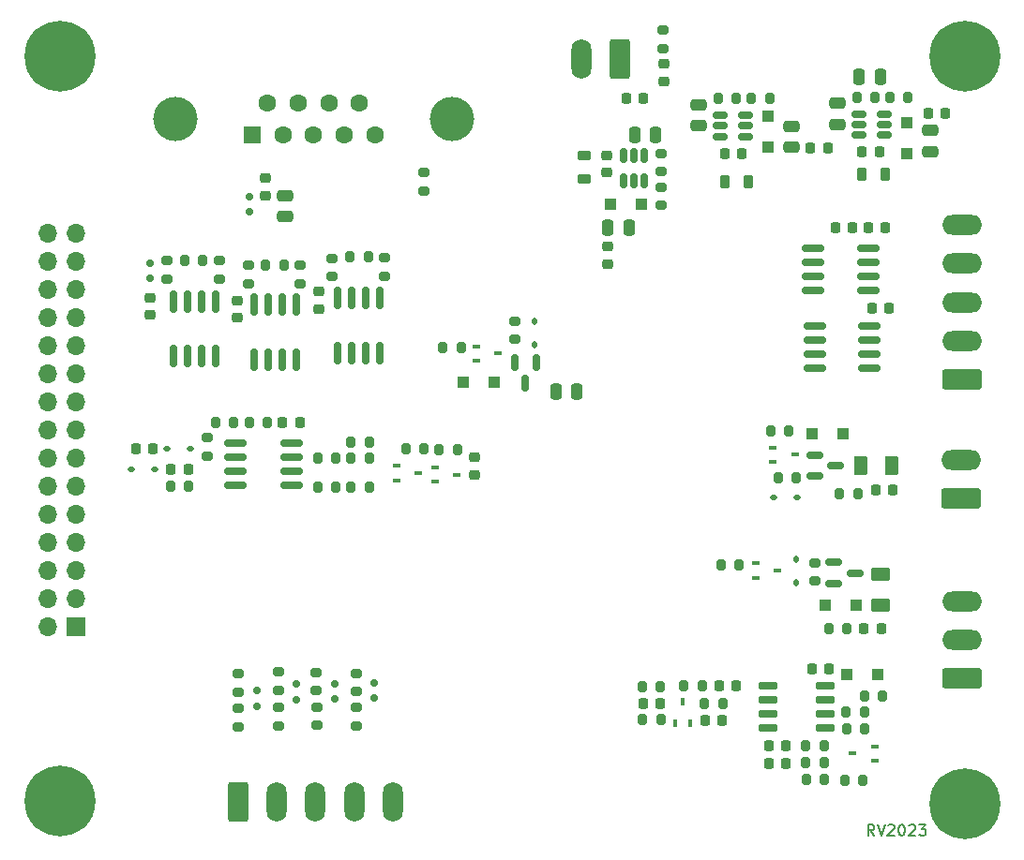
<source format=gts>
G04 #@! TF.GenerationSoftware,KiCad,Pcbnew,7.0.7*
G04 #@! TF.CreationDate,2023-09-07T10:59:33+03:00*
G04 #@! TF.ProjectId,colorlight-cnc-proto,636f6c6f-726c-4696-9768-742d636e632d,rev?*
G04 #@! TF.SameCoordinates,Original*
G04 #@! TF.FileFunction,Soldermask,Top*
G04 #@! TF.FilePolarity,Negative*
%FSLAX46Y46*%
G04 Gerber Fmt 4.6, Leading zero omitted, Abs format (unit mm)*
G04 Created by KiCad (PCBNEW 7.0.7) date 2023-09-07 10:59:33*
%MOMM*%
%LPD*%
G01*
G04 APERTURE LIST*
G04 Aperture macros list*
%AMRoundRect*
0 Rectangle with rounded corners*
0 $1 Rounding radius*
0 $2 $3 $4 $5 $6 $7 $8 $9 X,Y pos of 4 corners*
0 Add a 4 corners polygon primitive as box body*
4,1,4,$2,$3,$4,$5,$6,$7,$8,$9,$2,$3,0*
0 Add four circle primitives for the rounded corners*
1,1,$1+$1,$2,$3*
1,1,$1+$1,$4,$5*
1,1,$1+$1,$6,$7*
1,1,$1+$1,$8,$9*
0 Add four rect primitives between the rounded corners*
20,1,$1+$1,$2,$3,$4,$5,0*
20,1,$1+$1,$4,$5,$6,$7,0*
20,1,$1+$1,$6,$7,$8,$9,0*
20,1,$1+$1,$8,$9,$2,$3,0*%
G04 Aperture macros list end*
%ADD10C,0.150000*%
%ADD11C,0.800000*%
%ADD12C,6.400000*%
%ADD13RoundRect,0.150000X0.150000X-0.825000X0.150000X0.825000X-0.150000X0.825000X-0.150000X-0.825000X0*%
%ADD14RoundRect,0.218750X-0.218750X-0.256250X0.218750X-0.256250X0.218750X0.256250X-0.218750X0.256250X0*%
%ADD15RoundRect,0.200000X0.200000X0.275000X-0.200000X0.275000X-0.200000X-0.275000X0.200000X-0.275000X0*%
%ADD16R,0.450000X0.700000*%
%ADD17RoundRect,0.200000X-0.200000X-0.275000X0.200000X-0.275000X0.200000X0.275000X-0.200000X0.275000X0*%
%ADD18RoundRect,0.150000X-0.825000X-0.150000X0.825000X-0.150000X0.825000X0.150000X-0.825000X0.150000X0*%
%ADD19RoundRect,0.250000X0.300000X0.300000X-0.300000X0.300000X-0.300000X-0.300000X0.300000X-0.300000X0*%
%ADD20RoundRect,0.225000X0.225000X0.250000X-0.225000X0.250000X-0.225000X-0.250000X0.225000X-0.250000X0*%
%ADD21RoundRect,0.200000X0.275000X-0.200000X0.275000X0.200000X-0.275000X0.200000X-0.275000X-0.200000X0*%
%ADD22RoundRect,0.250000X-0.250000X-0.475000X0.250000X-0.475000X0.250000X0.475000X-0.250000X0.475000X0*%
%ADD23RoundRect,0.225000X-0.250000X0.225000X-0.250000X-0.225000X0.250000X-0.225000X0.250000X0.225000X0*%
%ADD24R,0.700000X0.450000*%
%ADD25RoundRect,0.225000X-0.225000X-0.250000X0.225000X-0.250000X0.225000X0.250000X-0.225000X0.250000X0*%
%ADD26RoundRect,0.250000X-0.650000X-1.550000X0.650000X-1.550000X0.650000X1.550000X-0.650000X1.550000X0*%
%ADD27O,1.800000X3.600000*%
%ADD28RoundRect,0.150000X0.200000X-0.150000X0.200000X0.150000X-0.200000X0.150000X-0.200000X-0.150000X0*%
%ADD29RoundRect,0.218750X-0.218750X-0.381250X0.218750X-0.381250X0.218750X0.381250X-0.218750X0.381250X0*%
%ADD30RoundRect,0.250000X1.550000X-0.650000X1.550000X0.650000X-1.550000X0.650000X-1.550000X-0.650000X0*%
%ADD31O,3.600000X1.800000*%
%ADD32RoundRect,0.150000X-0.587500X-0.150000X0.587500X-0.150000X0.587500X0.150000X-0.587500X0.150000X0*%
%ADD33RoundRect,0.150000X0.512500X0.150000X-0.512500X0.150000X-0.512500X-0.150000X0.512500X-0.150000X0*%
%ADD34RoundRect,0.250000X-0.475000X0.250000X-0.475000X-0.250000X0.475000X-0.250000X0.475000X0.250000X0*%
%ADD35RoundRect,0.250000X-0.300000X-0.300000X0.300000X-0.300000X0.300000X0.300000X-0.300000X0.300000X0*%
%ADD36RoundRect,0.112500X-0.112500X0.187500X-0.112500X-0.187500X0.112500X-0.187500X0.112500X0.187500X0*%
%ADD37RoundRect,0.250000X0.300000X-0.300000X0.300000X0.300000X-0.300000X0.300000X-0.300000X-0.300000X0*%
%ADD38R,1.700000X1.700000*%
%ADD39O,1.700000X1.700000*%
%ADD40RoundRect,0.225000X0.250000X-0.225000X0.250000X0.225000X-0.250000X0.225000X-0.250000X-0.225000X0*%
%ADD41RoundRect,0.250000X0.475000X-0.250000X0.475000X0.250000X-0.475000X0.250000X-0.475000X-0.250000X0*%
%ADD42RoundRect,0.162500X-0.825000X-0.162500X0.825000X-0.162500X0.825000X0.162500X-0.825000X0.162500X0*%
%ADD43RoundRect,0.150000X-0.200000X0.150000X-0.200000X-0.150000X0.200000X-0.150000X0.200000X0.150000X0*%
%ADD44RoundRect,0.200000X-0.275000X0.200000X-0.275000X-0.200000X0.275000X-0.200000X0.275000X0.200000X0*%
%ADD45RoundRect,0.250000X-0.625000X0.375000X-0.625000X-0.375000X0.625000X-0.375000X0.625000X0.375000X0*%
%ADD46RoundRect,0.218750X0.256250X-0.218750X0.256250X0.218750X-0.256250X0.218750X-0.256250X-0.218750X0*%
%ADD47RoundRect,0.250000X0.650000X1.550000X-0.650000X1.550000X-0.650000X-1.550000X0.650000X-1.550000X0*%
%ADD48RoundRect,0.218750X-0.256250X0.218750X-0.256250X-0.218750X0.256250X-0.218750X0.256250X0.218750X0*%
%ADD49RoundRect,0.150000X-0.150000X0.587500X-0.150000X-0.587500X0.150000X-0.587500X0.150000X0.587500X0*%
%ADD50RoundRect,0.150000X0.150000X-0.512500X0.150000X0.512500X-0.150000X0.512500X-0.150000X-0.512500X0*%
%ADD51RoundRect,0.250000X-0.375000X-0.625000X0.375000X-0.625000X0.375000X0.625000X-0.375000X0.625000X0*%
%ADD52RoundRect,0.112500X0.187500X0.112500X-0.187500X0.112500X-0.187500X-0.112500X0.187500X-0.112500X0*%
%ADD53C,4.000000*%
%ADD54R,1.600000X1.600000*%
%ADD55C,1.600000*%
%ADD56RoundRect,0.218750X0.218750X0.256250X-0.218750X0.256250X-0.218750X-0.256250X0.218750X-0.256250X0*%
%ADD57RoundRect,0.112500X0.112500X-0.187500X0.112500X0.187500X-0.112500X0.187500X-0.112500X-0.187500X0*%
%ADD58RoundRect,0.218750X-0.381250X0.218750X-0.381250X-0.218750X0.381250X-0.218750X0.381250X0.218750X0*%
%ADD59RoundRect,0.150000X-0.725000X-0.150000X0.725000X-0.150000X0.725000X0.150000X-0.725000X0.150000X0*%
G04 APERTURE END LIST*
D10*
X77128207Y-74149819D02*
X76794874Y-73673628D01*
X76556779Y-74149819D02*
X76556779Y-73149819D01*
X76556779Y-73149819D02*
X76937731Y-73149819D01*
X76937731Y-73149819D02*
X77032969Y-73197438D01*
X77032969Y-73197438D02*
X77080588Y-73245057D01*
X77080588Y-73245057D02*
X77128207Y-73340295D01*
X77128207Y-73340295D02*
X77128207Y-73483152D01*
X77128207Y-73483152D02*
X77080588Y-73578390D01*
X77080588Y-73578390D02*
X77032969Y-73626009D01*
X77032969Y-73626009D02*
X76937731Y-73673628D01*
X76937731Y-73673628D02*
X76556779Y-73673628D01*
X77413922Y-73149819D02*
X77747255Y-74149819D01*
X77747255Y-74149819D02*
X78080588Y-73149819D01*
X78366303Y-73245057D02*
X78413922Y-73197438D01*
X78413922Y-73197438D02*
X78509160Y-73149819D01*
X78509160Y-73149819D02*
X78747255Y-73149819D01*
X78747255Y-73149819D02*
X78842493Y-73197438D01*
X78842493Y-73197438D02*
X78890112Y-73245057D01*
X78890112Y-73245057D02*
X78937731Y-73340295D01*
X78937731Y-73340295D02*
X78937731Y-73435533D01*
X78937731Y-73435533D02*
X78890112Y-73578390D01*
X78890112Y-73578390D02*
X78318684Y-74149819D01*
X78318684Y-74149819D02*
X78937731Y-74149819D01*
X79556779Y-73149819D02*
X79652017Y-73149819D01*
X79652017Y-73149819D02*
X79747255Y-73197438D01*
X79747255Y-73197438D02*
X79794874Y-73245057D01*
X79794874Y-73245057D02*
X79842493Y-73340295D01*
X79842493Y-73340295D02*
X79890112Y-73530771D01*
X79890112Y-73530771D02*
X79890112Y-73768866D01*
X79890112Y-73768866D02*
X79842493Y-73959342D01*
X79842493Y-73959342D02*
X79794874Y-74054580D01*
X79794874Y-74054580D02*
X79747255Y-74102200D01*
X79747255Y-74102200D02*
X79652017Y-74149819D01*
X79652017Y-74149819D02*
X79556779Y-74149819D01*
X79556779Y-74149819D02*
X79461541Y-74102200D01*
X79461541Y-74102200D02*
X79413922Y-74054580D01*
X79413922Y-74054580D02*
X79366303Y-73959342D01*
X79366303Y-73959342D02*
X79318684Y-73768866D01*
X79318684Y-73768866D02*
X79318684Y-73530771D01*
X79318684Y-73530771D02*
X79366303Y-73340295D01*
X79366303Y-73340295D02*
X79413922Y-73245057D01*
X79413922Y-73245057D02*
X79461541Y-73197438D01*
X79461541Y-73197438D02*
X79556779Y-73149819D01*
X80271065Y-73245057D02*
X80318684Y-73197438D01*
X80318684Y-73197438D02*
X80413922Y-73149819D01*
X80413922Y-73149819D02*
X80652017Y-73149819D01*
X80652017Y-73149819D02*
X80747255Y-73197438D01*
X80747255Y-73197438D02*
X80794874Y-73245057D01*
X80794874Y-73245057D02*
X80842493Y-73340295D01*
X80842493Y-73340295D02*
X80842493Y-73435533D01*
X80842493Y-73435533D02*
X80794874Y-73578390D01*
X80794874Y-73578390D02*
X80223446Y-74149819D01*
X80223446Y-74149819D02*
X80842493Y-74149819D01*
X81175827Y-73149819D02*
X81794874Y-73149819D01*
X81794874Y-73149819D02*
X81461541Y-73530771D01*
X81461541Y-73530771D02*
X81604398Y-73530771D01*
X81604398Y-73530771D02*
X81699636Y-73578390D01*
X81699636Y-73578390D02*
X81747255Y-73626009D01*
X81747255Y-73626009D02*
X81794874Y-73721247D01*
X81794874Y-73721247D02*
X81794874Y-73959342D01*
X81794874Y-73959342D02*
X81747255Y-74054580D01*
X81747255Y-74054580D02*
X81699636Y-74102200D01*
X81699636Y-74102200D02*
X81604398Y-74149819D01*
X81604398Y-74149819D02*
X81318684Y-74149819D01*
X81318684Y-74149819D02*
X81223446Y-74102200D01*
X81223446Y-74102200D02*
X81175827Y-74054580D01*
D11*
G04 #@! TO.C,H3*
X82902944Y-71302944D03*
X83605888Y-69605888D03*
X83605888Y-73000000D03*
X85302944Y-68902944D03*
D12*
X85302944Y-71302944D03*
D11*
X85302944Y-73702944D03*
X87000000Y-69605888D03*
X87000000Y-73000000D03*
X87702944Y-71302944D03*
G04 #@! TD*
D13*
G04 #@! TO.C,U5*
X28695000Y-30540000D03*
X29965000Y-30540000D03*
X31235000Y-30540000D03*
X32505000Y-30540000D03*
X32505000Y-25590000D03*
X31235000Y-25590000D03*
X29965000Y-25590000D03*
X28695000Y-25590000D03*
G04 #@! TD*
D14*
G04 #@! TO.C,FB2*
X54712500Y-7500000D03*
X56287500Y-7500000D03*
G04 #@! TD*
G04 #@! TO.C,FB1*
X73610000Y-19235000D03*
X75185000Y-19235000D03*
G04 #@! TD*
D15*
G04 #@! TO.C,R16*
X28525000Y-42630000D03*
X26875000Y-42630000D03*
G04 #@! TD*
D16*
G04 #@! TO.C,Q5*
X59195000Y-64020000D03*
X60495000Y-64020000D03*
X59845000Y-62020000D03*
G04 #@! TD*
D15*
G04 #@! TO.C,R41*
X64672500Y-7530000D03*
X63022500Y-7530000D03*
G04 #@! TD*
D17*
G04 #@! TO.C,R36*
X67790000Y-37560000D03*
X69440000Y-37560000D03*
G04 #@! TD*
D15*
G04 #@! TO.C,R9*
X76120000Y-69140000D03*
X74470000Y-69140000D03*
G04 #@! TD*
D17*
G04 #@! TO.C,R1*
X56170000Y-60690000D03*
X57820000Y-60690000D03*
G04 #@! TD*
D15*
G04 #@! TO.C,R31*
X23820000Y-22605000D03*
X22170000Y-22605000D03*
G04 #@! TD*
D18*
G04 #@! TO.C,U6*
X71770000Y-28080000D03*
X71770000Y-29350000D03*
X71770000Y-30620000D03*
X71770000Y-31890000D03*
X76720000Y-31890000D03*
X76720000Y-30620000D03*
X76720000Y-29350000D03*
X76720000Y-28080000D03*
G04 #@! TD*
D19*
G04 #@! TO.C,D13*
X74342500Y-37860000D03*
X71542500Y-37860000D03*
G04 #@! TD*
D20*
G04 #@! TO.C,C15*
X65162500Y-12510000D03*
X63612500Y-12510000D03*
G04 #@! TD*
D21*
G04 #@! TO.C,R50*
X23320000Y-61010000D03*
X23320000Y-59360000D03*
G04 #@! TD*
D20*
G04 #@! TO.C,C7*
X15185000Y-41080000D03*
X13635000Y-41080000D03*
G04 #@! TD*
D22*
G04 #@! TO.C,C22*
X48395000Y-33995000D03*
X50295000Y-33995000D03*
G04 #@! TD*
D15*
G04 #@! TO.C,R39*
X74672500Y-55410000D03*
X73022500Y-55410000D03*
G04 #@! TD*
D23*
G04 #@! TO.C,C10*
X19635000Y-25800000D03*
X19635000Y-27350000D03*
G04 #@! TD*
D24*
G04 #@! TO.C,Q7*
X41175000Y-29925000D03*
X41175000Y-31225000D03*
X43175000Y-30575000D03*
G04 #@! TD*
D25*
G04 #@! TO.C,C13*
X76585000Y-19245000D03*
X78135000Y-19245000D03*
G04 #@! TD*
D15*
G04 #@! TO.C,R17*
X31532500Y-40060000D03*
X29882500Y-40060000D03*
G04 #@! TD*
D24*
G04 #@! TO.C,Q1*
X77185000Y-67370000D03*
X77185000Y-66070000D03*
X75185000Y-66720000D03*
G04 #@! TD*
G04 #@! TO.C,Q2*
X66407500Y-49550000D03*
X66407500Y-50850000D03*
X68407500Y-50200000D03*
G04 #@! TD*
D26*
G04 #@! TO.C,J4*
X19675000Y-71097500D03*
D27*
X23175000Y-71097500D03*
X26675000Y-71097500D03*
X30175000Y-71097500D03*
X33675000Y-71097500D03*
G04 #@! TD*
D28*
G04 #@! TO.C,D21*
X28460000Y-60395000D03*
X28460000Y-61795000D03*
G04 #@! TD*
D17*
G04 #@! TO.C,R3*
X61820000Y-62250000D03*
X63470000Y-62250000D03*
G04 #@! TD*
D29*
G04 #@! TO.C,L2*
X76000000Y-14360000D03*
X78125000Y-14360000D03*
G04 #@! TD*
D30*
G04 #@! TO.C,J6*
X85067500Y-32945000D03*
D31*
X85067500Y-29445000D03*
X85067500Y-25945000D03*
X85067500Y-22445000D03*
X85067500Y-18945000D03*
G04 #@! TD*
D32*
G04 #@! TO.C,Q10*
X71770000Y-39770000D03*
X71770000Y-41670000D03*
X73645000Y-40720000D03*
G04 #@! TD*
D21*
G04 #@! TO.C,R52*
X26770000Y-61060000D03*
X26770000Y-59410000D03*
G04 #@! TD*
D20*
G04 #@! TO.C,C1*
X57800000Y-62220000D03*
X56250000Y-62220000D03*
G04 #@! TD*
D33*
G04 #@! TO.C,U9*
X77997500Y-10820000D03*
X77997500Y-9870000D03*
X77997500Y-8920000D03*
X75722500Y-8920000D03*
X75722500Y-9870000D03*
X75722500Y-10820000D03*
G04 #@! TD*
D34*
G04 #@! TO.C,C21*
X23920000Y-16290331D03*
X23920000Y-18190331D03*
G04 #@! TD*
D35*
G04 #@! TO.C,D6*
X74657500Y-59580000D03*
X77457500Y-59580000D03*
G04 #@! TD*
D17*
G04 #@! TO.C,R20*
X34847500Y-39195000D03*
X36497500Y-39195000D03*
G04 #@! TD*
D36*
G04 #@! TO.C,D7*
X46495000Y-27645000D03*
X46495000Y-29745000D03*
G04 #@! TD*
D11*
G04 #@! TO.C,H2*
X1200000Y-71000000D03*
X1902944Y-69302944D03*
X1902944Y-72697056D03*
X3600000Y-68600000D03*
D12*
X3600000Y-71000000D03*
D11*
X3600000Y-73400000D03*
X5297056Y-69302944D03*
X5297056Y-72697056D03*
X6000000Y-71000000D03*
G04 #@! TD*
D15*
G04 #@! TO.C,R38*
X75630000Y-43250000D03*
X73980000Y-43250000D03*
G04 #@! TD*
D37*
G04 #@! TO.C,D17*
X80062500Y-12517500D03*
X80062500Y-9717500D03*
G04 #@! TD*
D21*
G04 #@! TO.C,R33*
X28160000Y-23640000D03*
X28160000Y-21990000D03*
G04 #@! TD*
D29*
G04 #@! TO.C,L1*
X63635000Y-15020000D03*
X65760000Y-15020000D03*
G04 #@! TD*
D14*
G04 #@! TO.C,D14*
X77240000Y-42880000D03*
X78815000Y-42880000D03*
G04 #@! TD*
D28*
G04 #@! TO.C,D22*
X32010000Y-60345000D03*
X32010000Y-61745000D03*
G04 #@! TD*
D38*
G04 #@! TO.C,J1*
X5040000Y-55280000D03*
D39*
X2500000Y-55280000D03*
X5040000Y-52740000D03*
X2500000Y-52740000D03*
X5040000Y-50200000D03*
X2500000Y-50200000D03*
X5040000Y-47660000D03*
X2500000Y-47660000D03*
X5040000Y-45120000D03*
X2500000Y-45120000D03*
X5040000Y-42580000D03*
X2500000Y-42580000D03*
X5040000Y-40040000D03*
X2500000Y-40040000D03*
X5040000Y-37500000D03*
X2500000Y-37500000D03*
X5040000Y-34960000D03*
X2500000Y-34960000D03*
X5040000Y-32420000D03*
X2500000Y-32420000D03*
X5040000Y-29880000D03*
X2500000Y-29880000D03*
X5040000Y-27340000D03*
X2500000Y-27340000D03*
X5040000Y-24800000D03*
X2500000Y-24800000D03*
X5040000Y-22260000D03*
X2500000Y-22260000D03*
X5040000Y-19720000D03*
X2500000Y-19720000D03*
G04 #@! TD*
D40*
G04 #@! TO.C,C24*
X53010000Y-14237500D03*
X53010000Y-12687500D03*
G04 #@! TD*
D13*
G04 #@! TO.C,U4*
X21162500Y-31115000D03*
X22432500Y-31115000D03*
X23702500Y-31115000D03*
X24972500Y-31115000D03*
X24972500Y-26165000D03*
X23702500Y-26165000D03*
X22432500Y-26165000D03*
X21162500Y-26165000D03*
G04 #@! TD*
D15*
G04 #@! TO.C,R15*
X31532500Y-42620000D03*
X29882500Y-42620000D03*
G04 #@! TD*
D17*
G04 #@! TO.C,R13*
X17665000Y-36820000D03*
X19315000Y-36820000D03*
G04 #@! TD*
G04 #@! TO.C,R43*
X78527500Y-7420000D03*
X80177500Y-7420000D03*
G04 #@! TD*
G04 #@! TO.C,R4*
X70930000Y-66030000D03*
X72580000Y-66030000D03*
G04 #@! TD*
D21*
G04 #@! TO.C,R55*
X30410000Y-64210000D03*
X30410000Y-62560000D03*
G04 #@! TD*
D41*
G04 #@! TO.C,C19*
X73822500Y-9870000D03*
X73822500Y-7970000D03*
G04 #@! TD*
D42*
G04 #@! TO.C,U3*
X19442500Y-38715000D03*
X19442500Y-39985000D03*
X19442500Y-41255000D03*
X19442500Y-42525000D03*
X24517500Y-42525000D03*
X24517500Y-41255000D03*
X24517500Y-39985000D03*
X24517500Y-38715000D03*
G04 #@! TD*
D43*
G04 #@! TO.C,D9*
X11745000Y-23780000D03*
X11745000Y-22380000D03*
G04 #@! TD*
D25*
G04 #@! TO.C,C5*
X67620000Y-66030000D03*
X69170000Y-66030000D03*
G04 #@! TD*
D21*
G04 #@! TO.C,R49*
X19680000Y-61160000D03*
X19680000Y-59510000D03*
G04 #@! TD*
D23*
G04 #@! TO.C,C9*
X11775000Y-25555000D03*
X11775000Y-27105000D03*
G04 #@! TD*
D18*
G04 #@! TO.C,U7*
X71645000Y-21035000D03*
X71645000Y-22305000D03*
X71645000Y-23575000D03*
X71645000Y-24845000D03*
X76595000Y-24845000D03*
X76595000Y-23575000D03*
X76595000Y-22305000D03*
X76595000Y-21035000D03*
G04 #@! TD*
D17*
G04 #@! TO.C,R21*
X37837500Y-39255000D03*
X39487500Y-39255000D03*
G04 #@! TD*
D44*
G04 #@! TO.C,R26*
X44705000Y-27640000D03*
X44705000Y-29290000D03*
G04 #@! TD*
D30*
G04 #@! TO.C,J3*
X85067500Y-59945000D03*
D31*
X85067500Y-56445000D03*
X85067500Y-52945000D03*
G04 #@! TD*
D21*
G04 #@! TO.C,R54*
X26810000Y-64190000D03*
X26810000Y-62540000D03*
G04 #@! TD*
G04 #@! TO.C,R44*
X58080000Y-3000000D03*
X58080000Y-1350000D03*
G04 #@! TD*
D11*
G04 #@! TO.C,H1*
X1200000Y-3697056D03*
X1902944Y-2000000D03*
X1902944Y-5394112D03*
X3600000Y-1297056D03*
D12*
X3600000Y-3697056D03*
D11*
X3600000Y-6097056D03*
X5297056Y-2000000D03*
X5297056Y-5394112D03*
X6000000Y-3697056D03*
G04 #@! TD*
D24*
G04 #@! TO.C,Q9*
X67955000Y-39070000D03*
X67955000Y-40370000D03*
X69955000Y-39720000D03*
G04 #@! TD*
D15*
G04 #@! TO.C,R34*
X31455000Y-21865000D03*
X29805000Y-21865000D03*
G04 #@! TD*
D13*
G04 #@! TO.C,U1*
X13820000Y-30845000D03*
X15090000Y-30845000D03*
X16360000Y-30845000D03*
X17630000Y-30845000D03*
X17630000Y-25895000D03*
X16360000Y-25895000D03*
X15090000Y-25895000D03*
X13820000Y-25895000D03*
G04 #@! TD*
D21*
G04 #@! TO.C,R23*
X71787500Y-51145000D03*
X71787500Y-49495000D03*
G04 #@! TD*
D15*
G04 #@! TO.C,R11*
X15240000Y-42570000D03*
X13590000Y-42570000D03*
G04 #@! TD*
D17*
G04 #@! TO.C,R12*
X20690000Y-36820000D03*
X22340000Y-36820000D03*
G04 #@! TD*
D15*
G04 #@! TO.C,R10*
X57845000Y-63690000D03*
X56195000Y-63690000D03*
G04 #@! TD*
D44*
G04 #@! TO.C,R47*
X36490000Y-14220000D03*
X36490000Y-15870000D03*
G04 #@! TD*
D45*
G04 #@! TO.C,F1*
X77717500Y-50540000D03*
X77717500Y-53340000D03*
G04 #@! TD*
D46*
G04 #@! TO.C,FB6*
X22180000Y-16307831D03*
X22180000Y-14732831D03*
G04 #@! TD*
D21*
G04 #@! TO.C,R46*
X57880000Y-14152500D03*
X57880000Y-12502500D03*
G04 #@! TD*
D20*
G04 #@! TO.C,C17*
X77577500Y-12330000D03*
X76027500Y-12330000D03*
G04 #@! TD*
D14*
G04 #@! TO.C,FB5*
X67587500Y-67620000D03*
X69162500Y-67620000D03*
G04 #@! TD*
D44*
G04 #@! TO.C,R35*
X32940000Y-21940000D03*
X32940000Y-23590000D03*
G04 #@! TD*
D14*
G04 #@! TO.C,FB4*
X81975000Y-8880000D03*
X83550000Y-8880000D03*
G04 #@! TD*
D25*
G04 #@! TO.C,C6*
X10445000Y-39170000D03*
X11995000Y-39170000D03*
G04 #@! TD*
D15*
G04 #@! TO.C,R22*
X64952500Y-49700000D03*
X63302500Y-49700000D03*
G04 #@! TD*
D30*
G04 #@! TO.C,J7*
X85017500Y-43695000D03*
D31*
X85017500Y-40195000D03*
G04 #@! TD*
D35*
G04 #@! TO.C,D20*
X53282500Y-17072500D03*
X56082500Y-17072500D03*
G04 #@! TD*
D15*
G04 #@! TO.C,R18*
X28535000Y-40060000D03*
X26885000Y-40060000D03*
G04 #@! TD*
G04 #@! TO.C,R5*
X76260000Y-64460000D03*
X74610000Y-64460000D03*
G04 #@! TD*
D25*
G04 #@! TO.C,C12*
X76895000Y-26495000D03*
X78445000Y-26495000D03*
G04 #@! TD*
D15*
G04 #@! TO.C,R7*
X76240000Y-62980000D03*
X74590000Y-62980000D03*
G04 #@! TD*
D17*
G04 #@! TO.C,R27*
X14875000Y-22180000D03*
X16525000Y-22180000D03*
G04 #@! TD*
D22*
G04 #@! TO.C,C20*
X75780000Y-5550000D03*
X77680000Y-5550000D03*
G04 #@! TD*
D21*
G04 #@! TO.C,R30*
X20635000Y-24270000D03*
X20635000Y-22620000D03*
G04 #@! TD*
D37*
G04 #@! TO.C,D16*
X67567500Y-11910000D03*
X67567500Y-9110000D03*
G04 #@! TD*
D41*
G04 #@! TO.C,C14*
X61297500Y-10000000D03*
X61297500Y-8100000D03*
G04 #@! TD*
D33*
G04 #@! TO.C,U8*
X65472500Y-10950000D03*
X65472500Y-10000000D03*
X65472500Y-9050000D03*
X63197500Y-9050000D03*
X63197500Y-10000000D03*
X63197500Y-10950000D03*
G04 #@! TD*
D41*
G04 #@! TO.C,C18*
X82202500Y-12330000D03*
X82202500Y-10430000D03*
G04 #@! TD*
D46*
G04 #@! TO.C,D3*
X41022500Y-41532500D03*
X41022500Y-39957500D03*
G04 #@! TD*
D15*
G04 #@! TO.C,R25*
X39817500Y-30015000D03*
X38167500Y-30015000D03*
G04 #@! TD*
D21*
G04 #@! TO.C,R51*
X23380000Y-64210000D03*
X23380000Y-62560000D03*
G04 #@! TD*
D44*
G04 #@! TO.C,R14*
X16880000Y-38205000D03*
X16880000Y-39855000D03*
G04 #@! TD*
D47*
G04 #@! TO.C,J2*
X54195000Y-3932500D03*
D27*
X50695000Y-3932500D03*
G04 #@! TD*
D46*
G04 #@! TO.C,FB7*
X53100000Y-22490000D03*
X53100000Y-20915000D03*
G04 #@! TD*
D22*
G04 #@! TO.C,C25*
X53090000Y-19202500D03*
X54990000Y-19202500D03*
G04 #@! TD*
D21*
G04 #@! TO.C,R45*
X57900000Y-17172500D03*
X57900000Y-15522500D03*
G04 #@! TD*
D48*
G04 #@! TO.C,D18*
X58150000Y-4400000D03*
X58150000Y-5975000D03*
G04 #@! TD*
D32*
G04 #@! TO.C,Q6*
X73507500Y-49460000D03*
X73507500Y-51360000D03*
X75382500Y-50410000D03*
G04 #@! TD*
D15*
G04 #@! TO.C,R37*
X70110000Y-41850000D03*
X68460000Y-41850000D03*
G04 #@! TD*
G04 #@! TO.C,R8*
X72650000Y-69090000D03*
X71000000Y-69090000D03*
G04 #@! TD*
D49*
G04 #@! TO.C,Q8*
X46585000Y-31387500D03*
X44685000Y-31387500D03*
X45635000Y-33262500D03*
G04 #@! TD*
D21*
G04 #@! TO.C,R53*
X30410000Y-61140000D03*
X30410000Y-59490000D03*
G04 #@! TD*
D17*
G04 #@! TO.C,R2*
X59930000Y-60590000D03*
X61580000Y-60590000D03*
G04 #@! TD*
D20*
G04 #@! TO.C,C4*
X73070000Y-59080000D03*
X71520000Y-59080000D03*
G04 #@! TD*
D44*
G04 #@! TO.C,R32*
X25305000Y-22610000D03*
X25305000Y-24260000D03*
G04 #@! TD*
D50*
G04 #@! TO.C,U10*
X54500000Y-15000000D03*
X55450000Y-15000000D03*
X56400000Y-15000000D03*
X56400000Y-12725000D03*
X55450000Y-12725000D03*
X54500000Y-12725000D03*
G04 #@! TD*
D51*
G04 #@! TO.C,F2*
X75925000Y-40730000D03*
X78725000Y-40730000D03*
G04 #@! TD*
D25*
G04 #@! TO.C,C3*
X63110000Y-60570000D03*
X64660000Y-60570000D03*
G04 #@! TD*
D24*
G04 #@! TO.C,Q4*
X37442500Y-40875000D03*
X37442500Y-42175000D03*
X39442500Y-41525000D03*
G04 #@! TD*
D41*
G04 #@! TO.C,C16*
X69697500Y-11950000D03*
X69697500Y-10050000D03*
G04 #@! TD*
D52*
G04 #@! TO.C,D12*
X70155000Y-43580000D03*
X68055000Y-43580000D03*
G04 #@! TD*
D53*
G04 #@! TO.C,J8*
X39000000Y-9390331D03*
X14000000Y-9390331D03*
D54*
X20960000Y-10810331D03*
D55*
X23730000Y-10810331D03*
X26500000Y-10810331D03*
X29270000Y-10810331D03*
X32040000Y-10810331D03*
X22345000Y-7970331D03*
X25115000Y-7970331D03*
X27885000Y-7970331D03*
X30655000Y-7970331D03*
G04 #@! TD*
D19*
G04 #@! TO.C,D5*
X75535000Y-53290000D03*
X72735000Y-53290000D03*
G04 #@! TD*
D20*
G04 #@! TO.C,C8*
X25255000Y-36810000D03*
X23705000Y-36810000D03*
G04 #@! TD*
D43*
G04 #@! TO.C,D19*
X20710000Y-17767831D03*
X20710000Y-16367831D03*
G04 #@! TD*
D52*
G04 #@! TO.C,D2*
X12160000Y-41040000D03*
X10060000Y-41040000D03*
G04 #@! TD*
D15*
G04 #@! TO.C,R40*
X67682500Y-7510000D03*
X66032500Y-7510000D03*
G04 #@! TD*
D11*
G04 #@! TO.C,H4*
X82902944Y-3697056D03*
X83605888Y-2000000D03*
X83605888Y-5394112D03*
X85302944Y-1297056D03*
D12*
X85302944Y-3697056D03*
D11*
X85302944Y-6097056D03*
X87000000Y-2000000D03*
X87000000Y-5394112D03*
X87702944Y-3697056D03*
G04 #@! TD*
D56*
G04 #@! TO.C,FB3*
X72962500Y-11970000D03*
X71387500Y-11970000D03*
G04 #@! TD*
D19*
G04 #@! TO.C,D8*
X42832500Y-33135000D03*
X40032500Y-33135000D03*
G04 #@! TD*
D20*
G04 #@! TO.C,C2*
X63405000Y-63760000D03*
X61855000Y-63760000D03*
G04 #@! TD*
D14*
G04 #@! TO.C,D15*
X76200000Y-55440000D03*
X77775000Y-55440000D03*
G04 #@! TD*
D17*
G04 #@! TO.C,R42*
X75547500Y-7420000D03*
X77197500Y-7420000D03*
G04 #@! TD*
D44*
G04 #@! TO.C,R29*
X17975000Y-22185000D03*
X17975000Y-23835000D03*
G04 #@! TD*
D23*
G04 #@! TO.C,C11*
X27000000Y-25000000D03*
X27000000Y-26550000D03*
G04 #@! TD*
D57*
G04 #@! TO.C,D4*
X70057500Y-51257500D03*
X70057500Y-49157500D03*
G04 #@! TD*
D21*
G04 #@! TO.C,R28*
X13295000Y-23855000D03*
X13295000Y-22205000D03*
G04 #@! TD*
G04 #@! TO.C,R48*
X19670000Y-64300000D03*
X19670000Y-62650000D03*
G04 #@! TD*
D15*
G04 #@! TO.C,R19*
X31540000Y-38600000D03*
X29890000Y-38600000D03*
G04 #@! TD*
G04 #@! TO.C,R6*
X72600000Y-67530000D03*
X70950000Y-67530000D03*
G04 #@! TD*
D58*
G04 #@! TO.C,L3*
X50980000Y-12690000D03*
X50980000Y-14815000D03*
G04 #@! TD*
D28*
G04 #@! TO.C,D11*
X24940000Y-60435000D03*
X24940000Y-61835000D03*
G04 #@! TD*
D24*
G04 #@! TO.C,Q3*
X33982500Y-40745000D03*
X33982500Y-42045000D03*
X35982500Y-41395000D03*
G04 #@! TD*
D59*
G04 #@! TO.C,U2*
X67520000Y-60645000D03*
X67520000Y-61915000D03*
X67520000Y-63185000D03*
X67520000Y-64455000D03*
X72670000Y-64455000D03*
X72670000Y-63185000D03*
X72670000Y-61915000D03*
X72670000Y-60645000D03*
G04 #@! TD*
D52*
G04 #@! TO.C,D1*
X15360000Y-39180000D03*
X13260000Y-39180000D03*
G04 #@! TD*
D22*
G04 #@! TO.C,C23*
X55520000Y-10832500D03*
X57420000Y-10832500D03*
G04 #@! TD*
D17*
G04 #@! TO.C,R24*
X76220000Y-61520000D03*
X77870000Y-61520000D03*
G04 #@! TD*
D28*
G04 #@! TO.C,D10*
X21420000Y-61065000D03*
X21420000Y-62465000D03*
G04 #@! TD*
M02*

</source>
